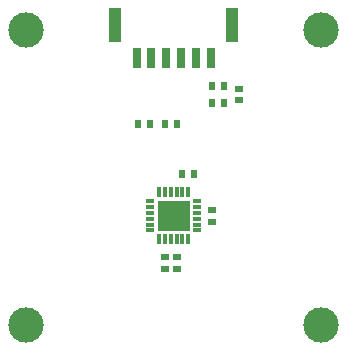
<source format=gbr>
%TF.GenerationSoftware,Altium Limited,Altium Designer,21.6.4 (81)*%
G04 Layer_Color=255*
%FSLAX45Y45*%
%MOMM*%
%TF.SameCoordinates,35F77A6B-66F6-43E6-81AF-3D6A737DF117*%
%TF.FilePolarity,Positive*%
%TF.FileFunction,Pads,Top*%
%TF.Part,Single*%
G01*
G75*
%TA.AperFunction,ConnectorPad*%
%ADD10R,0.65000X1.70000*%
%ADD11R,1.00000X2.90000*%
%TA.AperFunction,SMDPad,CuDef*%
%ADD12R,0.60000X0.70000*%
%ADD13R,0.70000X0.60000*%
%ADD14R,2.70000X2.60000*%
%ADD15R,0.80000X0.35000*%
%ADD16R,0.35000X0.85000*%
%TA.AperFunction,TestPad*%
%ADD19C,3.00000*%
D10*
X312500Y1010000D02*
D03*
X187500D02*
D03*
X-62500D02*
D03*
X-187500D02*
D03*
X62500D02*
D03*
X-312500D02*
D03*
D11*
X497500Y1290000D02*
D03*
X-497500D02*
D03*
D12*
X325000Y625000D02*
D03*
X425000D02*
D03*
X-200000Y450000D02*
D03*
X-300000D02*
D03*
X-75000D02*
D03*
X25000D02*
D03*
X325000Y775000D02*
D03*
X425000D02*
D03*
X75000Y25000D02*
D03*
X175000D02*
D03*
D13*
X550000Y650000D02*
D03*
Y750000D02*
D03*
X325000Y-375000D02*
D03*
Y-275000D02*
D03*
X25000Y-675000D02*
D03*
Y-775000D02*
D03*
X-75000Y-675000D02*
D03*
Y-775000D02*
D03*
D14*
X0Y-325000D02*
D03*
D15*
X200000Y-450000D02*
D03*
Y-400000D02*
D03*
Y-350000D02*
D03*
Y-300000D02*
D03*
Y-250000D02*
D03*
Y-200000D02*
D03*
X-200000Y-450000D02*
D03*
Y-400000D02*
D03*
Y-350000D02*
D03*
Y-300000D02*
D03*
Y-250000D02*
D03*
Y-200000D02*
D03*
D16*
X125000Y-127500D02*
D03*
X75000D02*
D03*
X25000D02*
D03*
X-25000D02*
D03*
X-75000D02*
D03*
X-125000D02*
D03*
X125000Y-522500D02*
D03*
X75000D02*
D03*
X25000D02*
D03*
X-25000D02*
D03*
X-75000D02*
D03*
X-125000D02*
D03*
D19*
X1250000Y-1250000D02*
D03*
X-1250000Y1250000D02*
D03*
X1250000D02*
D03*
X-1250000Y-1250000D02*
D03*
%TF.MD5,96da3fb3a76c34ffaac75a42bde9791d*%
M02*

</source>
